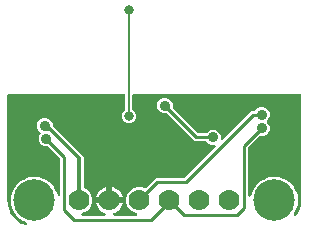
<source format=gbr>
G04 EAGLE Gerber RS-274X export*
G75*
%MOMM*%
%FSLAX34Y34*%
%LPD*%
%INBottom Copper*%
%IPPOS*%
%AMOC8*
5,1,8,0,0,1.08239X$1,22.5*%
G01*
%ADD10C,1.778000*%
%ADD11C,3.516000*%
%ADD12C,0.889000*%
%ADD13C,0.254000*%
%ADD14C,0.304800*%
%ADD15C,0.800100*%
%ADD16C,0.200000*%
%ADD17C,0.203200*%

G36*
X18442Y4018D02*
X18442Y4018D01*
X18575Y4026D01*
X18600Y4035D01*
X18627Y4037D01*
X18751Y4084D01*
X18877Y4125D01*
X18900Y4139D01*
X18925Y4148D01*
X19034Y4224D01*
X19146Y4295D01*
X19164Y4314D01*
X19186Y4330D01*
X19273Y4430D01*
X19364Y4527D01*
X19376Y4550D01*
X19394Y4570D01*
X19453Y4689D01*
X19517Y4805D01*
X19524Y4831D01*
X19536Y4855D01*
X19563Y4985D01*
X19596Y5113D01*
X19596Y5140D01*
X19602Y5166D01*
X19596Y5299D01*
X19597Y5431D01*
X19590Y5457D01*
X19589Y5484D01*
X19551Y5611D01*
X19518Y5739D01*
X19505Y5763D01*
X19497Y5788D01*
X19429Y5902D01*
X19365Y6018D01*
X19347Y6038D01*
X19333Y6061D01*
X19238Y6154D01*
X19147Y6250D01*
X19125Y6265D01*
X19106Y6283D01*
X18972Y6372D01*
X16215Y7964D01*
X16212Y7965D01*
X16210Y7967D01*
X16066Y8038D01*
X14290Y8773D01*
X13693Y9370D01*
X13626Y9422D01*
X13565Y9483D01*
X13451Y9558D01*
X13442Y9565D01*
X13438Y9567D01*
X13431Y9572D01*
X11929Y10439D01*
X10139Y12903D01*
X10126Y12917D01*
X10116Y12933D01*
X10009Y13054D01*
X8773Y14290D01*
X8357Y15296D01*
X8322Y15356D01*
X8297Y15420D01*
X8211Y15556D01*
X7008Y17211D01*
X6447Y19849D01*
X6436Y19883D01*
X6431Y19919D01*
X6379Y20071D01*
X5787Y21499D01*
X5787Y22822D01*
X5781Y22874D01*
X5783Y22926D01*
X5760Y23086D01*
X5268Y25400D01*
X5760Y27714D01*
X5764Y27767D01*
X5777Y27817D01*
X5787Y27978D01*
X5787Y29301D01*
X6379Y30729D01*
X6388Y30763D01*
X6404Y30795D01*
X6447Y30951D01*
X7008Y33589D01*
X8211Y35244D01*
X8244Y35305D01*
X8286Y35360D01*
X8357Y35504D01*
X8773Y36510D01*
X10009Y37746D01*
X10021Y37761D01*
X10036Y37773D01*
X10139Y37897D01*
X11929Y40361D01*
X13431Y41228D01*
X13499Y41280D01*
X13573Y41324D01*
X13675Y41414D01*
X13684Y41421D01*
X13687Y41424D01*
X13693Y41430D01*
X14290Y42027D01*
X16066Y42762D01*
X16068Y42764D01*
X16071Y42764D01*
X16215Y42836D01*
X19179Y44547D01*
X20598Y44696D01*
X20698Y44720D01*
X20799Y44734D01*
X20887Y44764D01*
X20908Y44769D01*
X20920Y44775D01*
X20951Y44786D01*
X21499Y45013D01*
X23543Y45013D01*
X23560Y45015D01*
X23676Y45020D01*
X27504Y45422D01*
X28573Y45075D01*
X28690Y45053D01*
X28805Y45023D01*
X28865Y45019D01*
X28885Y45015D01*
X28906Y45017D01*
X28965Y45013D01*
X29301Y45013D01*
X31209Y44223D01*
X31230Y44217D01*
X31303Y44188D01*
X35466Y42835D01*
X36078Y42285D01*
X36189Y42207D01*
X36297Y42126D01*
X36327Y42111D01*
X36339Y42103D01*
X36359Y42096D01*
X36441Y42055D01*
X36510Y42027D01*
X37805Y40732D01*
X37819Y40721D01*
X37853Y40686D01*
X41687Y37234D01*
X41900Y36756D01*
X41979Y36626D01*
X42250Y35971D01*
X42255Y35963D01*
X42263Y35941D01*
X45068Y29640D01*
X45096Y29594D01*
X45116Y29545D01*
X45178Y29459D01*
X45233Y29367D01*
X45271Y29330D01*
X45302Y29287D01*
X45384Y29219D01*
X45460Y29145D01*
X45506Y29118D01*
X45547Y29084D01*
X45644Y29039D01*
X45736Y28986D01*
X45787Y28972D01*
X45835Y28949D01*
X45939Y28929D01*
X46042Y28900D01*
X46095Y28899D01*
X46148Y28889D01*
X46254Y28896D01*
X46360Y28893D01*
X46412Y28906D01*
X46465Y28909D01*
X46566Y28942D01*
X46670Y28966D01*
X46717Y28990D01*
X46767Y29007D01*
X46857Y29064D01*
X46952Y29113D01*
X46991Y29149D01*
X47036Y29177D01*
X47109Y29255D01*
X47188Y29326D01*
X47218Y29370D01*
X47254Y29409D01*
X47305Y29502D01*
X47364Y29590D01*
X47382Y29641D01*
X47408Y29687D01*
X47434Y29790D01*
X47469Y29891D01*
X47474Y29944D01*
X47487Y29995D01*
X47497Y30156D01*
X47497Y60336D01*
X47485Y60434D01*
X47482Y60533D01*
X47465Y60592D01*
X47457Y60652D01*
X47421Y60744D01*
X47393Y60839D01*
X47363Y60891D01*
X47340Y60947D01*
X47282Y61027D01*
X47232Y61113D01*
X47166Y61188D01*
X47154Y61205D01*
X47144Y61213D01*
X47126Y61234D01*
X37739Y70621D01*
X37660Y70681D01*
X37588Y70749D01*
X37535Y70778D01*
X37487Y70815D01*
X37396Y70855D01*
X37310Y70903D01*
X37251Y70918D01*
X37196Y70942D01*
X37098Y70957D01*
X37002Y70982D01*
X36902Y70988D01*
X36881Y70992D01*
X36869Y70990D01*
X36841Y70992D01*
X34271Y70992D01*
X31891Y71978D01*
X30068Y73801D01*
X29082Y76181D01*
X29082Y78759D01*
X30068Y81139D01*
X30328Y81399D01*
X30401Y81493D01*
X30479Y81582D01*
X30498Y81618D01*
X30523Y81650D01*
X30570Y81759D01*
X30624Y81865D01*
X30633Y81904D01*
X30649Y81942D01*
X30668Y82059D01*
X30694Y82175D01*
X30692Y82216D01*
X30699Y82256D01*
X30688Y82374D01*
X30684Y82493D01*
X30673Y82532D01*
X30669Y82572D01*
X30629Y82684D01*
X30596Y82799D01*
X30575Y82834D01*
X30561Y82872D01*
X30494Y82970D01*
X30434Y83073D01*
X30394Y83118D01*
X30383Y83135D01*
X30367Y83148D01*
X30328Y83194D01*
X28798Y84723D01*
X27812Y87103D01*
X27812Y89681D01*
X28798Y92061D01*
X30621Y93884D01*
X33001Y94870D01*
X35579Y94870D01*
X37959Y93884D01*
X39782Y92061D01*
X40768Y89681D01*
X40768Y89133D01*
X40780Y89035D01*
X40783Y88936D01*
X40800Y88878D01*
X40808Y88818D01*
X40844Y88725D01*
X40872Y88630D01*
X40902Y88578D01*
X40925Y88522D01*
X40983Y88442D01*
X41033Y88356D01*
X41099Y88281D01*
X41111Y88265D01*
X41121Y88257D01*
X41139Y88236D01*
X67057Y62318D01*
X67057Y36598D01*
X67060Y36568D01*
X67058Y36539D01*
X67080Y36411D01*
X67097Y36282D01*
X67107Y36255D01*
X67112Y36225D01*
X67166Y36107D01*
X67214Y35986D01*
X67231Y35962D01*
X67243Y35935D01*
X67324Y35834D01*
X67400Y35729D01*
X67423Y35710D01*
X67442Y35687D01*
X67545Y35609D01*
X67645Y35526D01*
X67672Y35514D01*
X67696Y35496D01*
X67840Y35425D01*
X69687Y34660D01*
X72760Y31587D01*
X74423Y27573D01*
X74423Y23227D01*
X72760Y19213D01*
X69687Y16140D01*
X66052Y14635D01*
X65992Y14600D01*
X65927Y14574D01*
X65854Y14522D01*
X65776Y14477D01*
X65726Y14429D01*
X65670Y14388D01*
X65612Y14318D01*
X65548Y14256D01*
X65511Y14196D01*
X65467Y14143D01*
X65429Y14061D01*
X65382Y13985D01*
X65361Y13918D01*
X65331Y13855D01*
X65314Y13767D01*
X65288Y13681D01*
X65285Y13611D01*
X65272Y13542D01*
X65277Y13453D01*
X65273Y13363D01*
X65287Y13295D01*
X65291Y13225D01*
X65319Y13140D01*
X65337Y13052D01*
X65368Y12989D01*
X65389Y12923D01*
X65437Y12847D01*
X65477Y12766D01*
X65522Y12713D01*
X65559Y12654D01*
X65625Y12592D01*
X65683Y12524D01*
X65740Y12484D01*
X65791Y12436D01*
X65870Y12393D01*
X65943Y12341D01*
X66009Y12316D01*
X66070Y12282D01*
X66156Y12260D01*
X66241Y12228D01*
X66310Y12220D01*
X66378Y12203D01*
X66538Y12193D01*
X84543Y12193D01*
X84662Y12208D01*
X84781Y12215D01*
X84819Y12228D01*
X84859Y12233D01*
X84970Y12276D01*
X85084Y12313D01*
X85118Y12335D01*
X85155Y12350D01*
X85251Y12420D01*
X85352Y12484D01*
X85380Y12513D01*
X85412Y12536D01*
X85488Y12628D01*
X85570Y12715D01*
X85589Y12751D01*
X85615Y12781D01*
X85666Y12889D01*
X85723Y12994D01*
X85733Y13033D01*
X85750Y13069D01*
X85773Y13186D01*
X85803Y13302D01*
X85803Y13342D01*
X85810Y13381D01*
X85803Y13501D01*
X85803Y13620D01*
X85793Y13659D01*
X85790Y13699D01*
X85754Y13812D01*
X85724Y13928D01*
X85705Y13963D01*
X85692Y14001D01*
X85629Y14102D01*
X85571Y14207D01*
X85544Y14236D01*
X85522Y14270D01*
X85435Y14352D01*
X85354Y14439D01*
X85320Y14461D01*
X85291Y14488D01*
X85186Y14546D01*
X85085Y14610D01*
X85030Y14632D01*
X85012Y14642D01*
X84992Y14647D01*
X84936Y14669D01*
X84512Y14807D01*
X82909Y15623D01*
X81453Y16681D01*
X80181Y17953D01*
X79123Y19409D01*
X78307Y21012D01*
X77751Y22723D01*
X77723Y22901D01*
X87670Y22901D01*
X87788Y22916D01*
X87907Y22923D01*
X87945Y22935D01*
X87985Y22941D01*
X88096Y22984D01*
X88209Y23021D01*
X88243Y23043D01*
X88281Y23058D01*
X88377Y23127D01*
X88478Y23191D01*
X88506Y23221D01*
X88538Y23244D01*
X88614Y23336D01*
X88696Y23423D01*
X88715Y23458D01*
X88741Y23489D01*
X88792Y23597D01*
X88849Y23701D01*
X88859Y23741D01*
X88877Y23777D01*
X88897Y23884D01*
X88901Y23854D01*
X88945Y23744D01*
X88981Y23631D01*
X89003Y23596D01*
X89018Y23559D01*
X89088Y23462D01*
X89151Y23362D01*
X89181Y23334D01*
X89205Y23301D01*
X89296Y23225D01*
X89383Y23144D01*
X89418Y23124D01*
X89450Y23099D01*
X89557Y23048D01*
X89662Y22990D01*
X89701Y22980D01*
X89737Y22963D01*
X89854Y22941D01*
X89970Y22911D01*
X90030Y22907D01*
X90050Y22903D01*
X90070Y22905D01*
X90130Y22901D01*
X100077Y22901D01*
X100049Y22723D01*
X99493Y21012D01*
X98677Y19409D01*
X97619Y17953D01*
X96347Y16681D01*
X94891Y15623D01*
X93288Y14807D01*
X92864Y14669D01*
X92756Y14618D01*
X92645Y14574D01*
X92613Y14551D01*
X92577Y14534D01*
X92484Y14458D01*
X92388Y14388D01*
X92362Y14357D01*
X92332Y14331D01*
X92261Y14235D01*
X92185Y14143D01*
X92168Y14106D01*
X92144Y14074D01*
X92100Y13962D01*
X92050Y13855D01*
X92042Y13816D01*
X92027Y13778D01*
X92012Y13660D01*
X91990Y13542D01*
X91992Y13503D01*
X91987Y13463D01*
X92002Y13344D01*
X92010Y13225D01*
X92022Y13187D01*
X92027Y13147D01*
X92071Y13036D01*
X92108Y12923D01*
X92129Y12889D01*
X92144Y12851D01*
X92214Y12755D01*
X92278Y12654D01*
X92307Y12626D01*
X92330Y12594D01*
X92422Y12518D01*
X92509Y12436D01*
X92544Y12417D01*
X92575Y12391D01*
X92683Y12340D01*
X92788Y12282D01*
X92827Y12272D01*
X92863Y12255D01*
X92980Y12233D01*
X93096Y12203D01*
X93155Y12199D01*
X93175Y12195D01*
X93196Y12197D01*
X93257Y12193D01*
X111262Y12193D01*
X111331Y12201D01*
X111401Y12200D01*
X111488Y12221D01*
X111577Y12233D01*
X111642Y12258D01*
X111710Y12275D01*
X111790Y12317D01*
X111873Y12350D01*
X111929Y12391D01*
X111991Y12423D01*
X112058Y12484D01*
X112130Y12536D01*
X112175Y12590D01*
X112227Y12637D01*
X112276Y12712D01*
X112333Y12781D01*
X112363Y12845D01*
X112401Y12903D01*
X112430Y12988D01*
X112469Y13069D01*
X112482Y13138D01*
X112504Y13204D01*
X112512Y13293D01*
X112528Y13381D01*
X112524Y13451D01*
X112530Y13521D01*
X112514Y13609D01*
X112509Y13699D01*
X112487Y13765D01*
X112475Y13834D01*
X112438Y13916D01*
X112411Y14001D01*
X112373Y14060D01*
X112345Y14124D01*
X112289Y14194D01*
X112241Y14270D01*
X112190Y14318D01*
X112146Y14372D01*
X112074Y14427D01*
X112009Y14488D01*
X111948Y14522D01*
X111892Y14564D01*
X111748Y14635D01*
X108113Y16140D01*
X105040Y19213D01*
X103377Y23227D01*
X103377Y27573D01*
X105040Y31587D01*
X108113Y34660D01*
X112127Y36323D01*
X116473Y36323D01*
X118574Y35452D01*
X118602Y35445D01*
X118628Y35431D01*
X118755Y35403D01*
X118880Y35369D01*
X118910Y35368D01*
X118939Y35362D01*
X119068Y35366D01*
X119198Y35363D01*
X119227Y35370D01*
X119257Y35371D01*
X119381Y35407D01*
X119508Y35438D01*
X119534Y35451D01*
X119562Y35460D01*
X119674Y35526D01*
X119789Y35586D01*
X119811Y35606D01*
X119836Y35621D01*
X119957Y35728D01*
X128172Y43943D01*
X151776Y43943D01*
X151874Y43955D01*
X151973Y43958D01*
X152032Y43975D01*
X152092Y43983D01*
X152184Y44019D01*
X152279Y44047D01*
X152331Y44077D01*
X152387Y44100D01*
X152467Y44158D01*
X152553Y44208D01*
X152628Y44274D01*
X152645Y44286D01*
X152653Y44296D01*
X152674Y44314D01*
X178455Y70096D01*
X178540Y70205D01*
X178629Y70312D01*
X178637Y70331D01*
X178650Y70347D01*
X178705Y70475D01*
X178764Y70600D01*
X178768Y70620D01*
X178776Y70639D01*
X178798Y70777D01*
X178824Y70913D01*
X178823Y70933D01*
X178826Y70953D01*
X178813Y71092D01*
X178804Y71230D01*
X178798Y71249D01*
X178796Y71269D01*
X178749Y71401D01*
X178706Y71532D01*
X178695Y71550D01*
X178688Y71569D01*
X178610Y71684D01*
X178536Y71801D01*
X178521Y71815D01*
X178510Y71832D01*
X178406Y71924D01*
X178304Y72019D01*
X178287Y72029D01*
X178271Y72042D01*
X178148Y72105D01*
X178026Y72173D01*
X178006Y72178D01*
X177988Y72187D01*
X177852Y72217D01*
X177718Y72252D01*
X177690Y72254D01*
X177678Y72257D01*
X177657Y72256D01*
X177557Y72262D01*
X175368Y72262D01*
X172988Y73248D01*
X171171Y75066D01*
X171092Y75126D01*
X171020Y75194D01*
X170967Y75223D01*
X170919Y75260D01*
X170828Y75300D01*
X170742Y75348D01*
X170683Y75363D01*
X170627Y75387D01*
X170530Y75402D01*
X170434Y75427D01*
X170334Y75433D01*
X170313Y75437D01*
X170301Y75435D01*
X170273Y75437D01*
X161192Y75437D01*
X138069Y98561D01*
X137990Y98621D01*
X137918Y98689D01*
X137865Y98718D01*
X137817Y98755D01*
X137726Y98795D01*
X137640Y98843D01*
X137581Y98858D01*
X137526Y98882D01*
X137428Y98897D01*
X137332Y98922D01*
X137232Y98928D01*
X137211Y98932D01*
X137199Y98930D01*
X137171Y98932D01*
X134601Y98932D01*
X132221Y99918D01*
X130398Y101741D01*
X129412Y104121D01*
X129412Y106699D01*
X130398Y109079D01*
X132221Y110902D01*
X134601Y111888D01*
X137179Y111888D01*
X139559Y110902D01*
X141382Y109079D01*
X142368Y106699D01*
X142368Y104129D01*
X142380Y104031D01*
X142383Y103932D01*
X142400Y103873D01*
X142408Y103813D01*
X142444Y103721D01*
X142472Y103626D01*
X142502Y103574D01*
X142525Y103518D01*
X142583Y103438D01*
X142633Y103352D01*
X142699Y103277D01*
X142711Y103260D01*
X142721Y103252D01*
X142739Y103231D01*
X163556Y82414D01*
X163635Y82354D01*
X163707Y82286D01*
X163760Y82257D01*
X163808Y82220D01*
X163899Y82180D01*
X163985Y82132D01*
X164044Y82117D01*
X164099Y82093D01*
X164197Y82078D01*
X164293Y82053D01*
X164393Y82047D01*
X164414Y82043D01*
X164426Y82045D01*
X164454Y82043D01*
X170273Y82043D01*
X170371Y82055D01*
X170470Y82058D01*
X170529Y82075D01*
X170589Y82083D01*
X170681Y82119D01*
X170776Y82147D01*
X170828Y82177D01*
X170884Y82200D01*
X170965Y82258D01*
X171050Y82308D01*
X171125Y82374D01*
X171142Y82386D01*
X171149Y82396D01*
X171171Y82414D01*
X172988Y84232D01*
X175368Y85218D01*
X177946Y85218D01*
X180326Y84232D01*
X182149Y82409D01*
X183135Y80029D01*
X183135Y77840D01*
X183152Y77702D01*
X183165Y77563D01*
X183172Y77544D01*
X183175Y77524D01*
X183226Y77395D01*
X183273Y77264D01*
X183284Y77247D01*
X183292Y77229D01*
X183373Y77116D01*
X183451Y77001D01*
X183467Y76988D01*
X183478Y76971D01*
X183586Y76883D01*
X183690Y76790D01*
X183708Y76781D01*
X183723Y76768D01*
X183849Y76709D01*
X183973Y76646D01*
X183993Y76641D01*
X184011Y76633D01*
X184147Y76607D01*
X184283Y76576D01*
X184304Y76577D01*
X184323Y76573D01*
X184462Y76582D01*
X184601Y76586D01*
X184621Y76592D01*
X184641Y76593D01*
X184773Y76636D01*
X184907Y76674D01*
X184924Y76685D01*
X184943Y76691D01*
X185061Y76765D01*
X185181Y76836D01*
X185202Y76854D01*
X185212Y76861D01*
X185226Y76876D01*
X185301Y76942D01*
X209452Y101093D01*
X211675Y101093D01*
X211773Y101105D01*
X211872Y101108D01*
X211931Y101125D01*
X211991Y101133D01*
X212083Y101169D01*
X212178Y101197D01*
X212230Y101227D01*
X212286Y101250D01*
X212366Y101308D01*
X212452Y101358D01*
X212527Y101424D01*
X212544Y101436D01*
X212551Y101446D01*
X212573Y101464D01*
X214390Y103282D01*
X216770Y104268D01*
X219348Y104268D01*
X221728Y103282D01*
X223551Y101459D01*
X224537Y99079D01*
X224537Y96501D01*
X223551Y94121D01*
X222402Y92972D01*
X222329Y92878D01*
X222251Y92789D01*
X222232Y92753D01*
X222207Y92721D01*
X222160Y92612D01*
X222106Y92506D01*
X222097Y92467D01*
X222081Y92429D01*
X222062Y92312D01*
X222036Y92196D01*
X222038Y92155D01*
X222031Y92115D01*
X222042Y91997D01*
X222046Y91878D01*
X222057Y91839D01*
X222061Y91799D01*
X222101Y91687D01*
X222134Y91572D01*
X222155Y91537D01*
X222169Y91499D01*
X222236Y91401D01*
X222296Y91298D01*
X222336Y91253D01*
X222347Y91236D01*
X222363Y91223D01*
X222402Y91177D01*
X223551Y90029D01*
X224537Y87649D01*
X224537Y85071D01*
X223551Y82691D01*
X221728Y80868D01*
X219348Y79882D01*
X216778Y79882D01*
X216680Y79870D01*
X216581Y79867D01*
X216522Y79850D01*
X216462Y79842D01*
X216370Y79806D01*
X216275Y79778D01*
X216223Y79748D01*
X216167Y79725D01*
X216087Y79667D01*
X216001Y79617D01*
X215926Y79551D01*
X215909Y79539D01*
X215901Y79529D01*
X215880Y79511D01*
X206874Y70505D01*
X206814Y70426D01*
X206746Y70354D01*
X206717Y70301D01*
X206680Y70253D01*
X206640Y70162D01*
X206592Y70076D01*
X206577Y70017D01*
X206553Y69962D01*
X206538Y69864D01*
X206513Y69768D01*
X206507Y69668D01*
X206503Y69647D01*
X206505Y69635D01*
X206503Y69607D01*
X206503Y29684D01*
X206511Y29615D01*
X206510Y29545D01*
X206531Y29457D01*
X206543Y29368D01*
X206568Y29304D01*
X206585Y29236D01*
X206627Y29156D01*
X206660Y29073D01*
X206701Y29016D01*
X206733Y28955D01*
X206794Y28888D01*
X206846Y28815D01*
X206900Y28771D01*
X206947Y28719D01*
X207022Y28670D01*
X207091Y28613D01*
X207155Y28583D01*
X207213Y28544D01*
X207298Y28515D01*
X207379Y28477D01*
X207448Y28464D01*
X207514Y28441D01*
X207603Y28434D01*
X207691Y28417D01*
X207761Y28422D01*
X207831Y28416D01*
X207919Y28431D01*
X208009Y28437D01*
X208075Y28458D01*
X208144Y28470D01*
X208226Y28507D01*
X208311Y28535D01*
X208370Y28572D01*
X208434Y28601D01*
X208504Y28657D01*
X208580Y28705D01*
X208628Y28756D01*
X208682Y28800D01*
X208737Y28871D01*
X208798Y28937D01*
X208832Y28998D01*
X208874Y29054D01*
X208945Y29198D01*
X209579Y30729D01*
X209588Y30763D01*
X209604Y30795D01*
X209647Y30951D01*
X210208Y33589D01*
X211411Y35244D01*
X211444Y35305D01*
X211486Y35360D01*
X211557Y35504D01*
X211973Y36510D01*
X213209Y37746D01*
X213221Y37761D01*
X213236Y37773D01*
X213339Y37897D01*
X215129Y40361D01*
X216631Y41228D01*
X216699Y41280D01*
X216773Y41324D01*
X216875Y41414D01*
X216884Y41421D01*
X216887Y41424D01*
X216893Y41430D01*
X217490Y42027D01*
X219266Y42762D01*
X219268Y42764D01*
X219271Y42764D01*
X219415Y42836D01*
X222379Y44547D01*
X223798Y44696D01*
X223898Y44720D01*
X223999Y44734D01*
X224087Y44764D01*
X224108Y44769D01*
X224120Y44775D01*
X224151Y44786D01*
X224699Y45013D01*
X226743Y45013D01*
X226760Y45015D01*
X226876Y45020D01*
X230704Y45422D01*
X231773Y45075D01*
X231890Y45053D01*
X232005Y45023D01*
X232065Y45019D01*
X232085Y45015D01*
X232106Y45017D01*
X232165Y45013D01*
X232501Y45013D01*
X234409Y44223D01*
X234430Y44217D01*
X234503Y44188D01*
X238666Y42835D01*
X239278Y42285D01*
X239389Y42207D01*
X239497Y42126D01*
X239527Y42111D01*
X239539Y42103D01*
X239559Y42096D01*
X239641Y42055D01*
X239710Y42027D01*
X241005Y40732D01*
X241019Y40721D01*
X241053Y40686D01*
X244887Y37234D01*
X245100Y36756D01*
X245179Y36626D01*
X245450Y35971D01*
X245455Y35963D01*
X245463Y35941D01*
X248292Y29586D01*
X248292Y21214D01*
X245463Y14859D01*
X245460Y14849D01*
X245450Y14829D01*
X245194Y14211D01*
X245175Y14187D01*
X245170Y14178D01*
X245168Y14175D01*
X245163Y14165D01*
X245100Y14044D01*
X244985Y13785D01*
X244977Y13759D01*
X244964Y13736D01*
X244931Y13607D01*
X244893Y13480D01*
X244892Y13454D01*
X244885Y13428D01*
X244885Y13295D01*
X244879Y13163D01*
X244885Y13136D01*
X244885Y13110D01*
X244918Y12981D01*
X244945Y12851D01*
X244957Y12828D01*
X244964Y12802D01*
X245028Y12686D01*
X245087Y12567D01*
X245104Y12546D01*
X245117Y12523D01*
X245207Y12426D01*
X245294Y12326D01*
X245316Y12310D01*
X245334Y12291D01*
X245446Y12220D01*
X245555Y12144D01*
X245580Y12135D01*
X245603Y12120D01*
X245729Y12079D01*
X245853Y12033D01*
X245880Y12030D01*
X245905Y12022D01*
X246038Y12014D01*
X246170Y12000D01*
X246196Y12003D01*
X246223Y12002D01*
X246353Y12026D01*
X246484Y12046D01*
X246509Y12056D01*
X246535Y12061D01*
X246655Y12117D01*
X246778Y12169D01*
X246799Y12185D01*
X246823Y12196D01*
X246925Y12281D01*
X247031Y12361D01*
X247048Y12382D01*
X247068Y12398D01*
X247171Y12522D01*
X248864Y14852D01*
X248921Y14956D01*
X248985Y15056D01*
X249007Y15113D01*
X249017Y15131D01*
X249022Y15151D01*
X249044Y15206D01*
X251131Y21630D01*
X251144Y21698D01*
X251167Y21764D01*
X251190Y21923D01*
X251455Y25300D01*
X251454Y25322D01*
X251459Y25400D01*
X251459Y114300D01*
X251444Y114418D01*
X251437Y114537D01*
X251424Y114575D01*
X251419Y114616D01*
X251376Y114726D01*
X251339Y114839D01*
X251317Y114874D01*
X251302Y114911D01*
X251233Y115007D01*
X251169Y115108D01*
X251139Y115136D01*
X251116Y115169D01*
X251024Y115245D01*
X250937Y115326D01*
X250902Y115346D01*
X250871Y115371D01*
X250763Y115422D01*
X250659Y115480D01*
X250619Y115490D01*
X250583Y115507D01*
X250466Y115529D01*
X250351Y115559D01*
X250291Y115563D01*
X250271Y115567D01*
X250250Y115565D01*
X250190Y115569D01*
X109712Y115569D01*
X109594Y115554D01*
X109475Y115547D01*
X109437Y115534D01*
X109396Y115529D01*
X109286Y115486D01*
X109173Y115449D01*
X109138Y115427D01*
X109101Y115412D01*
X109005Y115343D01*
X108904Y115279D01*
X108876Y115249D01*
X108843Y115226D01*
X108767Y115134D01*
X108686Y115047D01*
X108666Y115012D01*
X108641Y114981D01*
X108590Y114873D01*
X108532Y114769D01*
X108522Y114729D01*
X108505Y114693D01*
X108483Y114576D01*
X108453Y114461D01*
X108449Y114401D01*
X108445Y114381D01*
X108447Y114360D01*
X108443Y114300D01*
X108443Y102545D01*
X108455Y102447D01*
X108458Y102348D01*
X108475Y102290D01*
X108483Y102230D01*
X108519Y102138D01*
X108547Y102043D01*
X108577Y101990D01*
X108600Y101934D01*
X108658Y101854D01*
X108708Y101769D01*
X108774Y101693D01*
X108786Y101677D01*
X108796Y101669D01*
X108814Y101648D01*
X110525Y99938D01*
X111443Y97720D01*
X111443Y95320D01*
X110525Y93102D01*
X108828Y91405D01*
X106610Y90487D01*
X104210Y90487D01*
X101992Y91405D01*
X100295Y93102D01*
X99377Y95320D01*
X99377Y97720D01*
X100295Y99938D01*
X102006Y101648D01*
X102066Y101726D01*
X102134Y101798D01*
X102163Y101851D01*
X102200Y101899D01*
X102240Y101990D01*
X102288Y102077D01*
X102303Y102135D01*
X102327Y102191D01*
X102342Y102289D01*
X102367Y102385D01*
X102373Y102485D01*
X102377Y102505D01*
X102375Y102517D01*
X102377Y102545D01*
X102377Y114300D01*
X102362Y114418D01*
X102355Y114537D01*
X102342Y114575D01*
X102337Y114616D01*
X102294Y114726D01*
X102257Y114839D01*
X102235Y114874D01*
X102220Y114911D01*
X102151Y115007D01*
X102087Y115108D01*
X102057Y115136D01*
X102034Y115169D01*
X101942Y115245D01*
X101855Y115326D01*
X101820Y115346D01*
X101789Y115371D01*
X101681Y115422D01*
X101577Y115480D01*
X101537Y115490D01*
X101501Y115507D01*
X101384Y115529D01*
X101269Y115559D01*
X101209Y115563D01*
X101189Y115567D01*
X101168Y115565D01*
X101108Y115569D01*
X3810Y115569D01*
X3692Y115554D01*
X3573Y115547D01*
X3535Y115534D01*
X3494Y115529D01*
X3384Y115486D01*
X3271Y115449D01*
X3236Y115427D01*
X3199Y115412D01*
X3103Y115343D01*
X3002Y115279D01*
X2974Y115249D01*
X2941Y115226D01*
X2865Y115134D01*
X2784Y115047D01*
X2764Y115012D01*
X2739Y114981D01*
X2688Y114873D01*
X2630Y114769D01*
X2620Y114729D01*
X2603Y114693D01*
X2581Y114576D01*
X2551Y114461D01*
X2547Y114401D01*
X2543Y114381D01*
X2545Y114360D01*
X2541Y114300D01*
X2541Y25400D01*
X2543Y25378D01*
X2545Y25300D01*
X2810Y21923D01*
X2824Y21855D01*
X2829Y21786D01*
X2869Y21630D01*
X4956Y15206D01*
X5006Y15099D01*
X5050Y14988D01*
X5083Y14937D01*
X5091Y14918D01*
X5104Y14903D01*
X5136Y14852D01*
X9107Y9388D01*
X9188Y9301D01*
X9264Y9209D01*
X9310Y9171D01*
X9324Y9156D01*
X9342Y9145D01*
X9388Y9107D01*
X14329Y5517D01*
X14329Y5516D01*
X14852Y5136D01*
X14956Y5079D01*
X15056Y5015D01*
X15113Y4993D01*
X15131Y4983D01*
X15151Y4978D01*
X15206Y4956D01*
X17945Y4066D01*
X17971Y4061D01*
X17996Y4051D01*
X18127Y4031D01*
X18257Y4007D01*
X18284Y4008D01*
X18310Y4004D01*
X18442Y4018D01*
G37*
%LPC*%
G36*
X91399Y27899D02*
X91399Y27899D01*
X91399Y36577D01*
X91577Y36549D01*
X93288Y35993D01*
X94891Y35177D01*
X96347Y34119D01*
X97619Y32847D01*
X98677Y31391D01*
X99493Y29788D01*
X100049Y28077D01*
X100077Y27899D01*
X91399Y27899D01*
G37*
%LPD*%
%LPC*%
G36*
X77723Y27899D02*
X77723Y27899D01*
X77751Y28077D01*
X78307Y29788D01*
X79123Y31391D01*
X80181Y32847D01*
X81453Y34119D01*
X82909Y35177D01*
X84512Y35993D01*
X86223Y36549D01*
X86401Y36577D01*
X86401Y27899D01*
X77723Y27899D01*
G37*
%LPD*%
D10*
X63500Y25400D03*
X88900Y25400D03*
X114300Y25400D03*
X139700Y25400D03*
X165100Y25400D03*
X190500Y25400D03*
D11*
X25400Y25400D03*
X228600Y25400D03*
D12*
X33020Y102870D03*
X130810Y64770D03*
X132080Y93980D03*
X95250Y104140D03*
X151130Y106680D03*
X242570Y80010D03*
D13*
X140335Y24765D02*
X139700Y25400D01*
X140335Y24765D02*
X152400Y12700D01*
X196850Y12700D01*
X203200Y19050D01*
X203200Y71501D02*
X218059Y86360D01*
D12*
X218059Y86360D03*
D13*
X203200Y71501D02*
X203200Y19050D01*
D12*
X35560Y77470D03*
D13*
X50800Y62230D01*
X50800Y17048D02*
X58958Y8890D01*
X124460Y8890D02*
X140335Y24765D01*
X50800Y17048D02*
X50800Y62230D01*
X58958Y8890D02*
X124460Y8890D01*
D12*
X218059Y97790D03*
D13*
X129540Y40640D02*
X114300Y25400D01*
X210820Y97790D02*
X218059Y97790D01*
X210820Y97790D02*
X153670Y40640D01*
X129540Y40640D01*
D12*
X135890Y105410D03*
D13*
X162560Y78740D01*
X176657Y78740D01*
D12*
X176657Y78740D03*
X34290Y88392D03*
D14*
X37211Y85471D01*
X38874Y85471D01*
X63500Y60845D01*
X63500Y25400D01*
D15*
X105410Y96520D03*
D16*
X105410Y179070D01*
D17*
X105410Y186690D01*
D15*
X105410Y186690D03*
M02*

</source>
